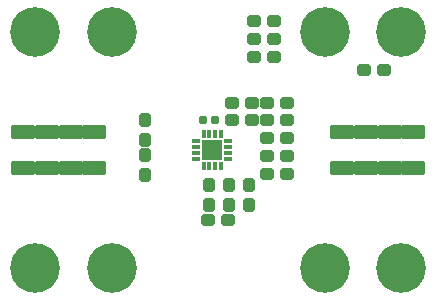
<source format=gbs>
G04*
G04 #@! TF.GenerationSoftware,Altium Limited,Altium Designer,23.4.1 (23)*
G04*
G04 Layer_Color=16711935*
%FSLAX44Y44*%
%MOMM*%
G71*
G04*
G04 #@! TF.SameCoordinates,D8EC2F4E-BF9A-46B1-9C30-41DC9E0D0BA1*
G04*
G04*
G04 #@! TF.FilePolarity,Negative*
G04*
G01*
G75*
%ADD33C,4.2032*%
G04:AMPARAMS|DCode=44|XSize=0.7032mm|YSize=0.7032mm|CornerRadius=0.1641mm|HoleSize=0mm|Usage=FLASHONLY|Rotation=0.000|XOffset=0mm|YOffset=0mm|HoleType=Round|Shape=RoundedRectangle|*
%AMROUNDEDRECTD44*
21,1,0.7032,0.3750,0,0,0.0*
21,1,0.3750,0.7032,0,0,0.0*
1,1,0.3282,0.1875,-0.1875*
1,1,0.3282,-0.1875,-0.1875*
1,1,0.3282,-0.1875,0.1875*
1,1,0.3282,0.1875,0.1875*
%
%ADD44ROUNDEDRECTD44*%
G04:AMPARAMS|DCode=45|XSize=1.1032mm|YSize=1.0032mm|CornerRadius=0.1616mm|HoleSize=0mm|Usage=FLASHONLY|Rotation=180.000|XOffset=0mm|YOffset=0mm|HoleType=Round|Shape=RoundedRectangle|*
%AMROUNDEDRECTD45*
21,1,1.1032,0.6800,0,0,180.0*
21,1,0.7800,1.0032,0,0,180.0*
1,1,0.3232,-0.3900,0.3400*
1,1,0.3232,0.3900,0.3400*
1,1,0.3232,0.3900,-0.3400*
1,1,0.3232,-0.3900,-0.3400*
%
%ADD45ROUNDEDRECTD45*%
G04:AMPARAMS|DCode=46|XSize=1.1032mm|YSize=1.0032mm|CornerRadius=0.1616mm|HoleSize=0mm|Usage=FLASHONLY|Rotation=90.000|XOffset=0mm|YOffset=0mm|HoleType=Round|Shape=RoundedRectangle|*
%AMROUNDEDRECTD46*
21,1,1.1032,0.6800,0,0,90.0*
21,1,0.7800,1.0032,0,0,90.0*
1,1,0.3232,0.3400,0.3900*
1,1,0.3232,0.3400,-0.3900*
1,1,0.3232,-0.3400,-0.3900*
1,1,0.3232,-0.3400,0.3900*
%
%ADD46ROUNDEDRECTD46*%
G04:AMPARAMS|DCode=47|XSize=1.2032mm|YSize=2.0032mm|CornerRadius=0.1516mm|HoleSize=0mm|Usage=FLASHONLY|Rotation=90.000|XOffset=0mm|YOffset=0mm|HoleType=Round|Shape=RoundedRectangle|*
%AMROUNDEDRECTD47*
21,1,1.2032,1.7000,0,0,90.0*
21,1,0.9000,2.0032,0,0,90.0*
1,1,0.3032,0.8500,0.4500*
1,1,0.3032,0.8500,-0.4500*
1,1,0.3032,-0.8500,-0.4500*
1,1,0.3032,-0.8500,0.4500*
%
%ADD47ROUNDEDRECTD47*%
%ADD48R,0.3900X0.6400*%
%ADD49R,0.6400X0.3900*%
%ADD50R,1.7600X1.7600*%
D33*
X269999Y24999D02*
D03*
X334999D02*
D03*
Y225000D02*
D03*
X270000Y225000D02*
D03*
X24999Y225000D02*
D03*
X25000Y25000D02*
D03*
X89999Y24999D02*
D03*
X90000Y225000D02*
D03*
D44*
X167000Y150000D02*
D03*
X177000D02*
D03*
D45*
X221500Y105000D02*
D03*
X238500D02*
D03*
X221500Y120000D02*
D03*
X238500D02*
D03*
X188500Y66000D02*
D03*
X171500D02*
D03*
X227500Y234000D02*
D03*
X210500D02*
D03*
X320500Y193000D02*
D03*
X303500D02*
D03*
X238500Y150000D02*
D03*
X221500D02*
D03*
X191500D02*
D03*
X208500D02*
D03*
Y165000D02*
D03*
X191500D02*
D03*
X221500D02*
D03*
X238500D02*
D03*
X221500Y135000D02*
D03*
X238500D02*
D03*
X210500Y219000D02*
D03*
X227500D02*
D03*
X210500Y204000D02*
D03*
X227500D02*
D03*
D46*
X206000Y95500D02*
D03*
Y78500D02*
D03*
X118000Y103500D02*
D03*
Y120500D02*
D03*
Y133500D02*
D03*
Y150500D02*
D03*
X172000Y95500D02*
D03*
Y78500D02*
D03*
X189000Y95500D02*
D03*
Y78500D02*
D03*
D47*
X15000Y110000D02*
D03*
Y140000D02*
D03*
X35000D02*
D03*
Y110000D02*
D03*
X55000Y140000D02*
D03*
Y110000D02*
D03*
X75000Y140000D02*
D03*
Y110000D02*
D03*
X285000Y140000D02*
D03*
Y110000D02*
D03*
X305000Y140000D02*
D03*
Y110000D02*
D03*
X325000Y140000D02*
D03*
Y110000D02*
D03*
X345000Y140000D02*
D03*
Y110000D02*
D03*
D48*
X182500Y111400D02*
D03*
X177500D02*
D03*
X172500D02*
D03*
X167500D02*
D03*
Y138600D02*
D03*
X172500D02*
D03*
X177500D02*
D03*
X182500D02*
D03*
D49*
X161400Y117500D02*
D03*
Y122500D02*
D03*
Y127500D02*
D03*
Y132500D02*
D03*
X188600D02*
D03*
Y127500D02*
D03*
Y122500D02*
D03*
Y117500D02*
D03*
D50*
X175000Y125000D02*
D03*
M02*

</source>
